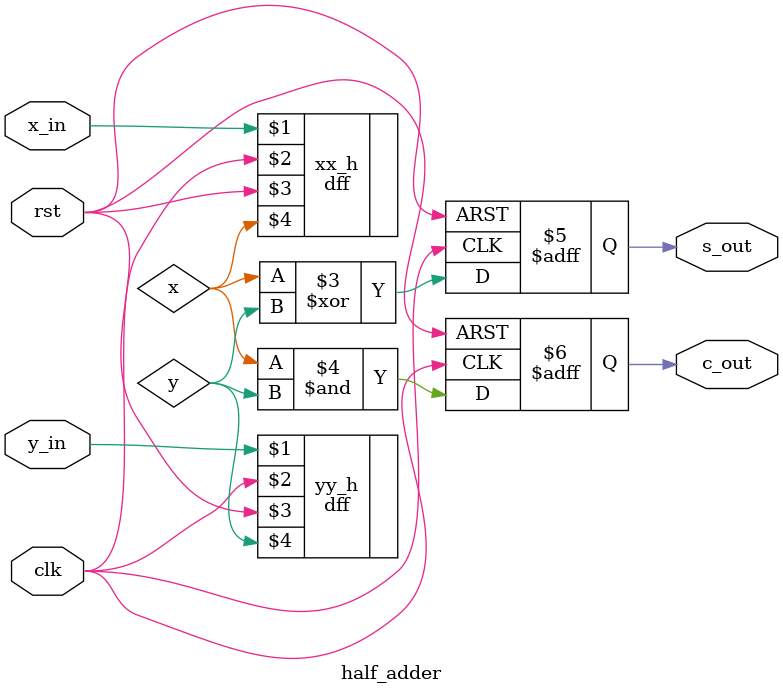
<source format=v>
`timescale 1ns / 1ps
module half_adder(clk, rst, x_in, y_in, s_out, c_out);
   input clk, rst;
   input x_in,y_in;
   output s_out,c_out;
   
   wire x,y;
   reg s_out,c_out;
   
   //in
   dff xx_h(x_in, clk, rst, x);
   dff yy_h(y_in, clk, rst, y);
      
   //calculate
   //pipelining
	always @ (posedge clk or posedge rst) 
		begin
			if (rst == 1'b1) 
				begin
					s_out <= 0;
					c_out <= 0;
				end
			else
				begin
					s_out <= x^y;
					c_out <= x&y;
				end
		end
endmodule // half adder

</source>
